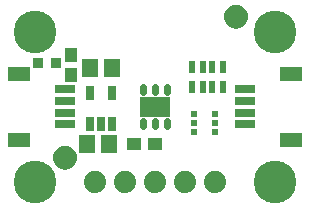
<source format=gbr>
G04 EAGLE Gerber RS-274X export*
G75*
%MOMM*%
%FSLAX34Y34*%
%LPD*%
%INSoldermask Top*%
%IPPOS*%
%AMOC8*
5,1,8,0,0,1.08239X$1,22.5*%
G01*
%ADD10R,2.601600X1.701600*%
%ADD11C,0.551600*%
%ADD12R,1.341600X1.601600*%
%ADD13R,0.651600X1.301600*%
%ADD14R,1.176600X1.101600*%
%ADD15R,0.551600X1.001600*%
%ADD16R,0.601600X0.601600*%
%ADD17R,0.601600X0.501600*%
%ADD18C,3.617600*%
%ADD19R,1.651600X0.701600*%
%ADD20R,1.901600X1.301600*%
%ADD21C,1.101600*%
%ADD22C,0.500000*%
%ADD23R,0.901600X0.901600*%
%ADD24R,1.101600X1.176600*%
%ADD25C,1.879600*%


D10*
X127000Y88900D03*
D11*
X137000Y101400D02*
X137000Y105400D01*
X127000Y105400D02*
X127000Y101400D01*
X117000Y101400D02*
X117000Y105400D01*
X117000Y76400D02*
X117000Y72400D01*
X127000Y72400D02*
X127000Y76400D01*
X137000Y76400D02*
X137000Y72400D01*
D12*
X69240Y57150D03*
X88240Y57150D03*
D13*
X71780Y74629D03*
X81280Y74629D03*
X90780Y74629D03*
X90780Y100631D03*
X71780Y100631D03*
D12*
X71780Y121920D03*
X90780Y121920D03*
D14*
X126610Y57150D03*
X109610Y57150D03*
D15*
X184450Y105800D03*
X184450Y122800D03*
X175450Y105800D03*
X167450Y105800D03*
X158450Y105800D03*
X158450Y122800D03*
X175450Y122800D03*
X167450Y122800D03*
D16*
X177910Y67430D03*
D17*
X177910Y74930D03*
D16*
X177910Y82430D03*
X159910Y82430D03*
D17*
X159910Y74930D03*
D16*
X159910Y67430D03*
D18*
X25400Y152400D03*
X228600Y152400D03*
D19*
X203460Y83900D03*
X203460Y93900D03*
X203460Y73900D03*
X203460Y103900D03*
D20*
X242460Y60900D03*
X242460Y116900D03*
D19*
X50540Y93900D03*
X50540Y83900D03*
X50540Y103900D03*
X50540Y73900D03*
D20*
X11540Y116900D03*
X11540Y60900D03*
D21*
X50800Y45720D03*
D22*
X50800Y53220D02*
X50619Y53218D01*
X50438Y53211D01*
X50257Y53200D01*
X50076Y53185D01*
X49896Y53165D01*
X49716Y53141D01*
X49537Y53113D01*
X49359Y53080D01*
X49182Y53043D01*
X49005Y53002D01*
X48830Y52957D01*
X48655Y52907D01*
X48482Y52853D01*
X48311Y52795D01*
X48140Y52733D01*
X47972Y52666D01*
X47805Y52596D01*
X47639Y52522D01*
X47476Y52443D01*
X47315Y52361D01*
X47155Y52275D01*
X46998Y52185D01*
X46843Y52091D01*
X46690Y51994D01*
X46540Y51892D01*
X46392Y51788D01*
X46246Y51679D01*
X46104Y51568D01*
X45964Y51452D01*
X45827Y51334D01*
X45692Y51212D01*
X45561Y51087D01*
X45433Y50959D01*
X45308Y50828D01*
X45186Y50693D01*
X45068Y50556D01*
X44952Y50416D01*
X44841Y50274D01*
X44732Y50128D01*
X44628Y49980D01*
X44526Y49830D01*
X44429Y49677D01*
X44335Y49522D01*
X44245Y49365D01*
X44159Y49205D01*
X44077Y49044D01*
X43998Y48881D01*
X43924Y48715D01*
X43854Y48548D01*
X43787Y48380D01*
X43725Y48209D01*
X43667Y48038D01*
X43613Y47865D01*
X43563Y47690D01*
X43518Y47515D01*
X43477Y47338D01*
X43440Y47161D01*
X43407Y46983D01*
X43379Y46804D01*
X43355Y46624D01*
X43335Y46444D01*
X43320Y46263D01*
X43309Y46082D01*
X43302Y45901D01*
X43300Y45720D01*
X50800Y53220D02*
X50981Y53218D01*
X51162Y53211D01*
X51343Y53200D01*
X51524Y53185D01*
X51704Y53165D01*
X51884Y53141D01*
X52063Y53113D01*
X52241Y53080D01*
X52418Y53043D01*
X52595Y53002D01*
X52770Y52957D01*
X52945Y52907D01*
X53118Y52853D01*
X53289Y52795D01*
X53460Y52733D01*
X53628Y52666D01*
X53795Y52596D01*
X53961Y52522D01*
X54124Y52443D01*
X54285Y52361D01*
X54445Y52275D01*
X54602Y52185D01*
X54757Y52091D01*
X54910Y51994D01*
X55060Y51892D01*
X55208Y51788D01*
X55354Y51679D01*
X55496Y51568D01*
X55636Y51452D01*
X55773Y51334D01*
X55908Y51212D01*
X56039Y51087D01*
X56167Y50959D01*
X56292Y50828D01*
X56414Y50693D01*
X56532Y50556D01*
X56648Y50416D01*
X56759Y50274D01*
X56868Y50128D01*
X56972Y49980D01*
X57074Y49830D01*
X57171Y49677D01*
X57265Y49522D01*
X57355Y49365D01*
X57441Y49205D01*
X57523Y49044D01*
X57602Y48881D01*
X57676Y48715D01*
X57746Y48548D01*
X57813Y48380D01*
X57875Y48209D01*
X57933Y48038D01*
X57987Y47865D01*
X58037Y47690D01*
X58082Y47515D01*
X58123Y47338D01*
X58160Y47161D01*
X58193Y46983D01*
X58221Y46804D01*
X58245Y46624D01*
X58265Y46444D01*
X58280Y46263D01*
X58291Y46082D01*
X58298Y45901D01*
X58300Y45720D01*
X58298Y45539D01*
X58291Y45358D01*
X58280Y45177D01*
X58265Y44996D01*
X58245Y44816D01*
X58221Y44636D01*
X58193Y44457D01*
X58160Y44279D01*
X58123Y44102D01*
X58082Y43925D01*
X58037Y43750D01*
X57987Y43575D01*
X57933Y43402D01*
X57875Y43231D01*
X57813Y43060D01*
X57746Y42892D01*
X57676Y42725D01*
X57602Y42559D01*
X57523Y42396D01*
X57441Y42235D01*
X57355Y42075D01*
X57265Y41918D01*
X57171Y41763D01*
X57074Y41610D01*
X56972Y41460D01*
X56868Y41312D01*
X56759Y41166D01*
X56648Y41024D01*
X56532Y40884D01*
X56414Y40747D01*
X56292Y40612D01*
X56167Y40481D01*
X56039Y40353D01*
X55908Y40228D01*
X55773Y40106D01*
X55636Y39988D01*
X55496Y39872D01*
X55354Y39761D01*
X55208Y39652D01*
X55060Y39548D01*
X54910Y39446D01*
X54757Y39349D01*
X54602Y39255D01*
X54445Y39165D01*
X54285Y39079D01*
X54124Y38997D01*
X53961Y38918D01*
X53795Y38844D01*
X53628Y38774D01*
X53460Y38707D01*
X53289Y38645D01*
X53118Y38587D01*
X52945Y38533D01*
X52770Y38483D01*
X52595Y38438D01*
X52418Y38397D01*
X52241Y38360D01*
X52063Y38327D01*
X51884Y38299D01*
X51704Y38275D01*
X51524Y38255D01*
X51343Y38240D01*
X51162Y38229D01*
X50981Y38222D01*
X50800Y38220D01*
X50619Y38222D01*
X50438Y38229D01*
X50257Y38240D01*
X50076Y38255D01*
X49896Y38275D01*
X49716Y38299D01*
X49537Y38327D01*
X49359Y38360D01*
X49182Y38397D01*
X49005Y38438D01*
X48830Y38483D01*
X48655Y38533D01*
X48482Y38587D01*
X48311Y38645D01*
X48140Y38707D01*
X47972Y38774D01*
X47805Y38844D01*
X47639Y38918D01*
X47476Y38997D01*
X47315Y39079D01*
X47155Y39165D01*
X46998Y39255D01*
X46843Y39349D01*
X46690Y39446D01*
X46540Y39548D01*
X46392Y39652D01*
X46246Y39761D01*
X46104Y39872D01*
X45964Y39988D01*
X45827Y40106D01*
X45692Y40228D01*
X45561Y40353D01*
X45433Y40481D01*
X45308Y40612D01*
X45186Y40747D01*
X45068Y40884D01*
X44952Y41024D01*
X44841Y41166D01*
X44732Y41312D01*
X44628Y41460D01*
X44526Y41610D01*
X44429Y41763D01*
X44335Y41918D01*
X44245Y42075D01*
X44159Y42235D01*
X44077Y42396D01*
X43998Y42559D01*
X43924Y42725D01*
X43854Y42892D01*
X43787Y43060D01*
X43725Y43231D01*
X43667Y43402D01*
X43613Y43575D01*
X43563Y43750D01*
X43518Y43925D01*
X43477Y44102D01*
X43440Y44279D01*
X43407Y44457D01*
X43379Y44636D01*
X43355Y44816D01*
X43335Y44996D01*
X43320Y45177D01*
X43309Y45358D01*
X43302Y45539D01*
X43300Y45720D01*
D21*
X195580Y165100D03*
D22*
X195580Y172600D02*
X195399Y172598D01*
X195218Y172591D01*
X195037Y172580D01*
X194856Y172565D01*
X194676Y172545D01*
X194496Y172521D01*
X194317Y172493D01*
X194139Y172460D01*
X193962Y172423D01*
X193785Y172382D01*
X193610Y172337D01*
X193435Y172287D01*
X193262Y172233D01*
X193091Y172175D01*
X192920Y172113D01*
X192752Y172046D01*
X192585Y171976D01*
X192419Y171902D01*
X192256Y171823D01*
X192095Y171741D01*
X191935Y171655D01*
X191778Y171565D01*
X191623Y171471D01*
X191470Y171374D01*
X191320Y171272D01*
X191172Y171168D01*
X191026Y171059D01*
X190884Y170948D01*
X190744Y170832D01*
X190607Y170714D01*
X190472Y170592D01*
X190341Y170467D01*
X190213Y170339D01*
X190088Y170208D01*
X189966Y170073D01*
X189848Y169936D01*
X189732Y169796D01*
X189621Y169654D01*
X189512Y169508D01*
X189408Y169360D01*
X189306Y169210D01*
X189209Y169057D01*
X189115Y168902D01*
X189025Y168745D01*
X188939Y168585D01*
X188857Y168424D01*
X188778Y168261D01*
X188704Y168095D01*
X188634Y167928D01*
X188567Y167760D01*
X188505Y167589D01*
X188447Y167418D01*
X188393Y167245D01*
X188343Y167070D01*
X188298Y166895D01*
X188257Y166718D01*
X188220Y166541D01*
X188187Y166363D01*
X188159Y166184D01*
X188135Y166004D01*
X188115Y165824D01*
X188100Y165643D01*
X188089Y165462D01*
X188082Y165281D01*
X188080Y165100D01*
X195580Y172600D02*
X195761Y172598D01*
X195942Y172591D01*
X196123Y172580D01*
X196304Y172565D01*
X196484Y172545D01*
X196664Y172521D01*
X196843Y172493D01*
X197021Y172460D01*
X197198Y172423D01*
X197375Y172382D01*
X197550Y172337D01*
X197725Y172287D01*
X197898Y172233D01*
X198069Y172175D01*
X198240Y172113D01*
X198408Y172046D01*
X198575Y171976D01*
X198741Y171902D01*
X198904Y171823D01*
X199065Y171741D01*
X199225Y171655D01*
X199382Y171565D01*
X199537Y171471D01*
X199690Y171374D01*
X199840Y171272D01*
X199988Y171168D01*
X200134Y171059D01*
X200276Y170948D01*
X200416Y170832D01*
X200553Y170714D01*
X200688Y170592D01*
X200819Y170467D01*
X200947Y170339D01*
X201072Y170208D01*
X201194Y170073D01*
X201312Y169936D01*
X201428Y169796D01*
X201539Y169654D01*
X201648Y169508D01*
X201752Y169360D01*
X201854Y169210D01*
X201951Y169057D01*
X202045Y168902D01*
X202135Y168745D01*
X202221Y168585D01*
X202303Y168424D01*
X202382Y168261D01*
X202456Y168095D01*
X202526Y167928D01*
X202593Y167760D01*
X202655Y167589D01*
X202713Y167418D01*
X202767Y167245D01*
X202817Y167070D01*
X202862Y166895D01*
X202903Y166718D01*
X202940Y166541D01*
X202973Y166363D01*
X203001Y166184D01*
X203025Y166004D01*
X203045Y165824D01*
X203060Y165643D01*
X203071Y165462D01*
X203078Y165281D01*
X203080Y165100D01*
X203078Y164919D01*
X203071Y164738D01*
X203060Y164557D01*
X203045Y164376D01*
X203025Y164196D01*
X203001Y164016D01*
X202973Y163837D01*
X202940Y163659D01*
X202903Y163482D01*
X202862Y163305D01*
X202817Y163130D01*
X202767Y162955D01*
X202713Y162782D01*
X202655Y162611D01*
X202593Y162440D01*
X202526Y162272D01*
X202456Y162105D01*
X202382Y161939D01*
X202303Y161776D01*
X202221Y161615D01*
X202135Y161455D01*
X202045Y161298D01*
X201951Y161143D01*
X201854Y160990D01*
X201752Y160840D01*
X201648Y160692D01*
X201539Y160546D01*
X201428Y160404D01*
X201312Y160264D01*
X201194Y160127D01*
X201072Y159992D01*
X200947Y159861D01*
X200819Y159733D01*
X200688Y159608D01*
X200553Y159486D01*
X200416Y159368D01*
X200276Y159252D01*
X200134Y159141D01*
X199988Y159032D01*
X199840Y158928D01*
X199690Y158826D01*
X199537Y158729D01*
X199382Y158635D01*
X199225Y158545D01*
X199065Y158459D01*
X198904Y158377D01*
X198741Y158298D01*
X198575Y158224D01*
X198408Y158154D01*
X198240Y158087D01*
X198069Y158025D01*
X197898Y157967D01*
X197725Y157913D01*
X197550Y157863D01*
X197375Y157818D01*
X197198Y157777D01*
X197021Y157740D01*
X196843Y157707D01*
X196664Y157679D01*
X196484Y157655D01*
X196304Y157635D01*
X196123Y157620D01*
X195942Y157609D01*
X195761Y157602D01*
X195580Y157600D01*
X195399Y157602D01*
X195218Y157609D01*
X195037Y157620D01*
X194856Y157635D01*
X194676Y157655D01*
X194496Y157679D01*
X194317Y157707D01*
X194139Y157740D01*
X193962Y157777D01*
X193785Y157818D01*
X193610Y157863D01*
X193435Y157913D01*
X193262Y157967D01*
X193091Y158025D01*
X192920Y158087D01*
X192752Y158154D01*
X192585Y158224D01*
X192419Y158298D01*
X192256Y158377D01*
X192095Y158459D01*
X191935Y158545D01*
X191778Y158635D01*
X191623Y158729D01*
X191470Y158826D01*
X191320Y158928D01*
X191172Y159032D01*
X191026Y159141D01*
X190884Y159252D01*
X190744Y159368D01*
X190607Y159486D01*
X190472Y159608D01*
X190341Y159733D01*
X190213Y159861D01*
X190088Y159992D01*
X189966Y160127D01*
X189848Y160264D01*
X189732Y160404D01*
X189621Y160546D01*
X189512Y160692D01*
X189408Y160840D01*
X189306Y160990D01*
X189209Y161143D01*
X189115Y161298D01*
X189025Y161455D01*
X188939Y161615D01*
X188857Y161776D01*
X188778Y161939D01*
X188704Y162105D01*
X188634Y162272D01*
X188567Y162440D01*
X188505Y162611D01*
X188447Y162782D01*
X188393Y162955D01*
X188343Y163130D01*
X188298Y163305D01*
X188257Y163482D01*
X188220Y163659D01*
X188187Y163837D01*
X188159Y164016D01*
X188135Y164196D01*
X188115Y164376D01*
X188100Y164557D01*
X188089Y164738D01*
X188082Y164919D01*
X188080Y165100D01*
D18*
X25400Y25400D03*
X228600Y25400D03*
D23*
X28060Y125730D03*
X43060Y125730D03*
D24*
X55880Y132960D03*
X55880Y115960D03*
D25*
X76200Y25400D03*
X101600Y25400D03*
X127000Y25400D03*
X152400Y25400D03*
X177800Y25400D03*
M02*

</source>
